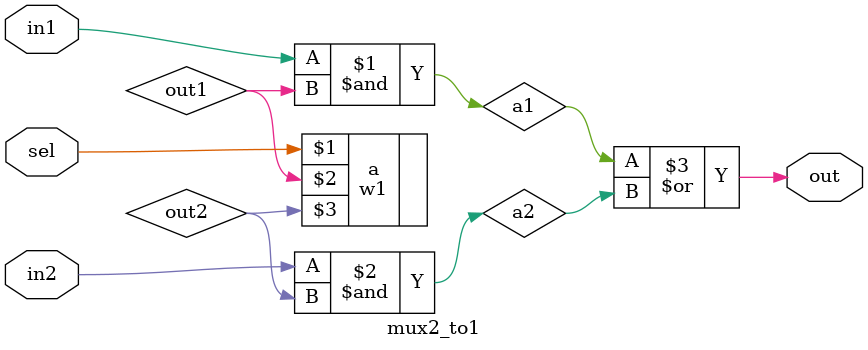
<source format=v>
`timescale 1ns / 1ps
module mux2_to1(input in1,in2,sel,output out);
wire out1,out2,a1,a2;
w1 a(sel,out1,out2);
and(a1,in1,out1);
and(a2,in2,out2);
or(out,a1,a2);
endmodule

</source>
